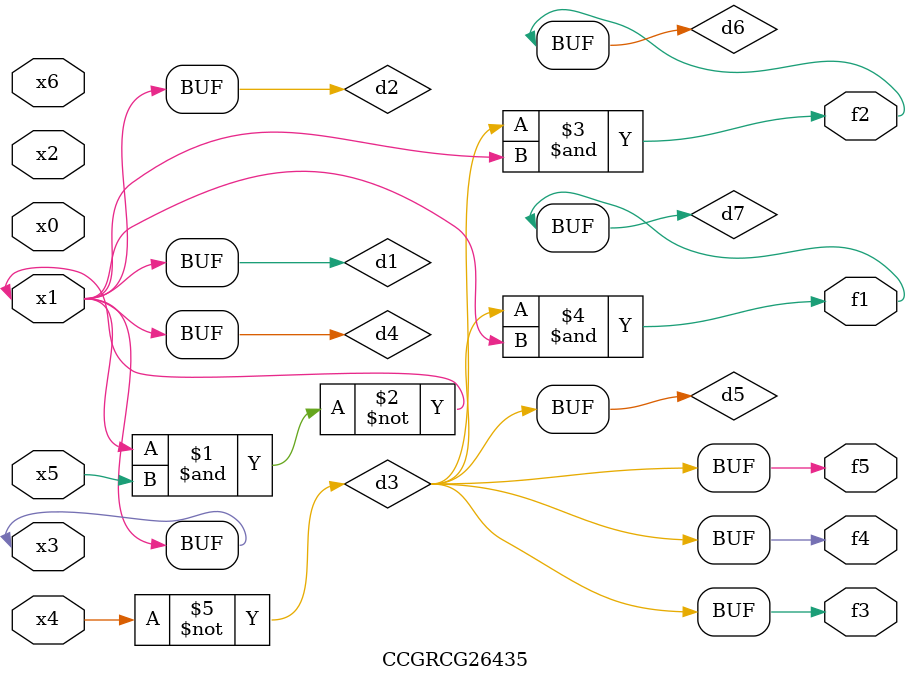
<source format=v>
module CCGRCG26435(
	input x0, x1, x2, x3, x4, x5, x6,
	output f1, f2, f3, f4, f5
);

	wire d1, d2, d3, d4, d5, d6, d7;

	buf (d1, x1, x3);
	nand (d2, x1, x5);
	not (d3, x4);
	buf (d4, d1, d2);
	buf (d5, d3);
	and (d6, d3, d4);
	and (d7, d3, d4);
	assign f1 = d7;
	assign f2 = d6;
	assign f3 = d5;
	assign f4 = d5;
	assign f5 = d5;
endmodule

</source>
